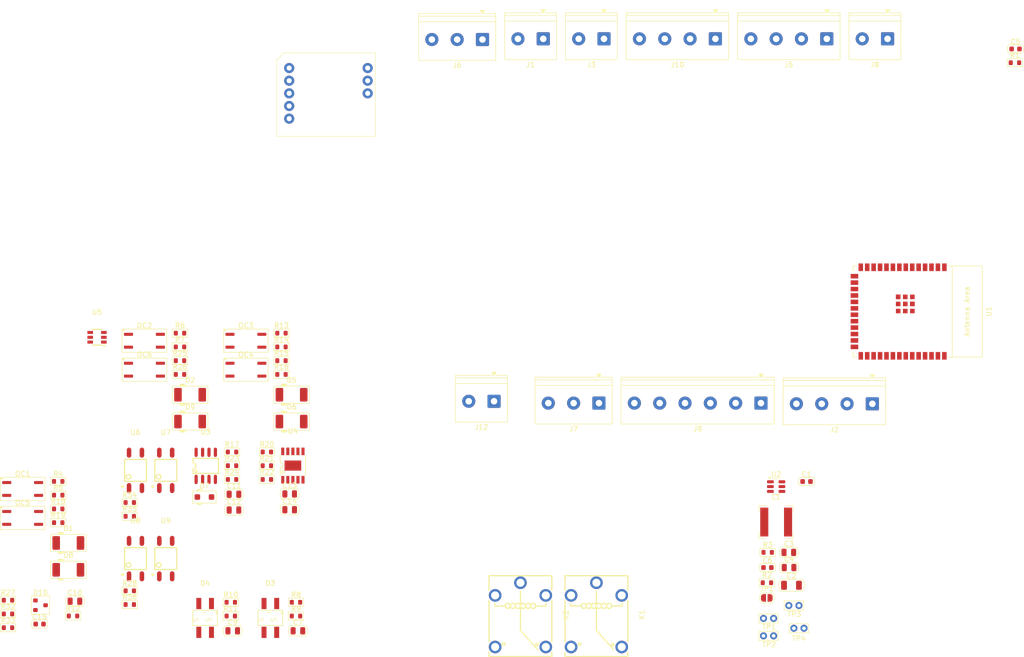
<source format=kicad_pcb>
(kicad_pcb (version 20241229) (generator "pcbnew") (generator_version "9.0")
  (layers (0 "F.Cu" signal) (2 "B.Cu" signal) (13 "F.Paste" user) (15 "B.Paste" user) (5 "F.SilkS" user "F.Silkscreen") (7 "B.SilkS" user "B.Silkscreen") (1 "F.Mask" user) (3 "B.Mask" user) (25 "Edge.Cuts" user))
  (net 0 "")
  (net 1 "Net-(U2-BST)")
  (net 2 "Net-(U2-SW)")
  (net 3 "VCC")
  (net 4 "GND")
  (net 5 "Net-(JP1-A)")
  (net 6 "Net-(U1-EN)")
  (net 7 "Net-(U2-FB)")
  (net 8 "/Board_nivara_control/MODULO_0-10V_IN/D_0-10V")
  (net 10 "Net-(D3--)")
  (net 11 "/Board_nivara_control/DRIVER-RS485/GPIO_C")
  (net 12 "/Board_nivara_control/MODULO_ 0-32V_IN/D_0-32V")
  (net 13 "Net-(D4--)")
  (net 14 "Net-(U3-V5V)")
  (net 15 "Net-(U4-V5V)")
  (net 16 "/Board_nivara_control/NPN_IN_2")
  (net 17 "/Board_nivara_control/NPN_IN_1")
  (net 18 "/Board_nivara_control/DOUT_PNP_2")
  (net 19 "/Board_nivara_control/DOUT_PNP_1")
  (net 20 "/Board_nivara_control/DOUT_NPN_1")
  (net 21 "/Board_nivara_control/DOUT_NPN_2")
  (net 22 "/Board_nivara_control/PNP_IN_1")
  (net 23 "/Board_nivara_control/PNP_IN_2")
  (net 24 "/Board_nivara_control/RS485-A")
  (net 25 "/Board_nivara_control/RS485-B")
  (net 26 "/Board_nivara_control/AOUT_010_1")
  (net 27 "/Board_nivara_control/AOUT_420_1")
  (net 28 "/Board_nivara_control/RUN{slash}STOP")
  (net 29 "Net-(U4-SET)")
  (net 30 "/Board_nivara_control/RLY2_NC")
  (net 31 "/Board_nivara_control/RLY2_NO")
  (net 32 "/Board_nivara_control/RLY1_NO")
  (net 33 "/Board_nivara_control/RLY1_NC")
  (net 34 "Net-(D1-K)")
  (net 35 "/Board_nivara_control/A010_IN_1")
  (net 36 "/Board_nivara_control/A420_IN_1")
  (net 37 "/Board_nivara_control/A032_IN_1")
  (net 38 "+3.3V")
  (net 39 "Net-(D2-K)")
  (net 40 "Net-(D3-+)")
  (net 42 "Net-(D4-+)")
  (net 44 "Net-(D5-K)")
  (net 45 "Net-(D6-K)")
  (net 46 "/Board_nivara_control/DRIVER-RS485/UART_IN")
  (net 49 "Net-(D8-K)")
  (net 51 "/Board_nivara_control/DRIVER-RS485/UART_OUT")
  (net 52 "Net-(D9-K)")
  (net 54 "/Board_nivara_control/D_IN_1_+")
  (net 55 "/Board_nivara_control/D_IN_2_+")
  (net 57 "/RLY2_C")
  (net 58 "/RLY1_C")
  (net 59 "Net-(U5-1C)")
  (net 60 "/Board_nivara_control/RLY1_COM")
  (net 62 "Net-(U5-2C)")
  (net 64 "/Board_nivara_control/RLY2_COM")
  (net 65 "/Board_nivara_control/INPUT_NPN/NPN_D_IMPUT_1")
  (net 66 "Net-(OC2-Pad3)")
  (net 69 "/Board_nivara_control/MODULO_D_IN/D_INPUT_1")
  (net 72 "/Board_nivara_control/MODULO_D_IN/D_INPUT_2")
  (net 75 "/Board_nivara_control/INPUT_NPN/NPN_D_IMPUT_2")
  (net 76 "Net-(OC6-Pad3)")
  (net 77 "Net-(U3-SEL)")
  (net 78 "/Board_nivara_control/MODULO_AOUT_0-10/SDA")
  (net 79 "/Board_nivara_control/MODULO_AOUT_0-10/SCLK")
  (net 80 "/Board_nivara_control/OUTPUT_NPN/NPN_2")
  (net 81 "Net-(R28-Pad1)")
  (net 82 "/Board_nivara_control/OUTPUT_PNP/PNP_1")
  (net 83 "Net-(R34-Pad1)")
  (net 84 "/Board_nivara_control/OUTPUT_PNP/PNP_2")
  (net 85 "Net-(R35-Pad1)")
  (net 86 "/Board_nivara_control/OUTPUT_NPN/NPN_1")
  (net 87 "Net-(R36-Pad1)")
  (net 88 "/Board_nivara_control/Modulo RLY/ON_RLY_2")
  (net 89 "/Board_nivara_control/Modulo RLY/ON_RLY_1")
  (footprint "TestPoint:TestPoint_Bridge_Pitch2.0mm_Drill0.7mm" (layer "F.Cu") (at 177 161.5)
    (property "Reference" "TP2" (at 1.1 1.7 0) (layer "F.SilkS"))
    (property "Value" "TestPoint")
    (pad "1" thru_hole circle (at 0 0) (size 1.4 1.4) (drill 0.7) (layers "*.Cu" "*.Mask") (net 38 "+3.3V"))
    (pad "1" thru_hole circle (at 2 0) (size 1.4 1.4) (drill 0.7) (layers "*.Cu" "*.Mask") (net 38 "+3.3V"))
  )
  (footprint "TestPoint:TestPoint_Bridge_Pitch2.0mm_Drill0.7mm" (layer "F.Cu") (at 182 155.5)
    (property "Reference" "TP3" (at 1.1 1.7 0) (layer "F.SilkS"))
    (property "Value" "TestPoint")
    (pad "1" thru_hole circle (at 0 0) (size 1.4 1.4) (drill 0.7) (layers "*.Cu" "*.Mask") (net 7 "Net-(U2-FB)"))
    (pad "1" thru_hole circle (at 2 0) (size 1.4 1.4) (drill 0.7) (layers "*.Cu" "*.Mask") (net 7 "Net-(U2-FB)"))
  )
  (footprint "PCM_Capacitor_SMD_AKL:C_0805_2012Metric" (layer "F.Cu") (at 182 145)
    (property "Reference" "C3" (at 0 -1.68 0) (layer "F.SilkS"))
    (property "Value" "C_0805" (hide yes))
    (pad "1" smd roundrect (at -0.95 0) (size 1 1.45) (layers "F.Cu" "F.Mask" "F.Paste") (net 5 "Net-(JP1-A)"))
    (pad "2" smd roundrect (at 0.95 0) (size 1 1.45) (layers "F.Cu" "F.Mask" "F.Paste") (net 4 "GND"))
  )
  (footprint "Battery:LK1802" (layer "F.Cu") (at 45.379106 102.485)
    (property "Reference" "U5" (at 0 -4.95 0) (layer "F.SilkS"))
    (property "Value" "LK1802")
    (pad "1" smd rect (at 1.35 0.95) (size 1.1 0.6) (layers "F.Cu" "F.Mask" "F.Paste") (net 59 "Net-(U5-1C)"))
    (pad "2" smd rect (at 1.35 0) (size 1.1 0.6) (layers "F.Cu" "F.Mask" "F.Paste") (net 4 "GND"))
    (pad "3" smd rect (at 1.35 -0.95) (size 1.1 0.6) (layers "F.Cu" "F.Mask" "F.Paste") (net 89 "/Board_nivara_control/Modulo RLY/ON_RLY_1"))
    (pad "4" smd rect (at -1.35 -0.95) (size 1.1 0.6) (layers "F.Cu" "F.Mask" "F.Paste") (net 88 "/Board_nivara_control/Modulo RLY/ON_RLY_2"))
    (pad "5" smd rect (at -1.35 0) (size 1.1 0.6) (layers "F.Cu" "F.Mask" "F.Paste") (net 3 "VCC"))
    (pad "6" smd rect (at -1.35 0.95) (size 1.1 0.6) (layers "F.Cu" "F.Mask" "F.Paste") (net 62 "Net-(U5-2C)"))
  )
  (footprint "TerminalBlock_Phoenix:TerminalBlock_Phoenix_PT-1,5-4-5.0-H_1x04_P5.00mm_Horizontal" (layer "F.Cu") (at 189.5 43.5 180)
    (property "Reference" "J5" (at 7.5 -5.12 0) (layer "F.SilkS"))
    (property "Value" "Screw_Terminal_4_P5.00mm")
    (pad "1" thru_hole roundrect (at 0 0 180) (size 2.6 2.6) (drill 1.3) (layers "*.Cu" "*.Mask") (roundrect_rratio 0.096154) (net 54 "/Board_nivara_control/D_IN_1_+"))
    (pad "2" thru_hole circle (at 5 0 180) (size 2.6 2.6) (drill 1.3) (layers "*.Cu" "*.Mask") (net 4 "GND"))
    (pad "3" thru_hole circle (at 10 0 180) (size 2.6 2.6) (drill 1.3) (layers "*.Cu" "*.Mask") (net 55 "/Board_nivara_control/D_IN_2_+"))
    (pad "4" thru_hole circle (at 15 0 180) (size 2.6 2.6) (drill 1.3) (layers "*.Cu" "*.Mask") (net 4 "GND"))
  )
  (footprint "PCM_Diode_SMD_AKL:D_SOD-123F" (layer "F.Cu") (at 66.589106 134.06)
    (property "Reference" "D7" (at 0 -2.159 0) (layer "F.SilkS"))
    (property "Value" "SMF24A" (hide yes))
    (pad "1" smd roundrect (at -1.4 0) (size 1.1 1.1) (layers "F.Cu" "F.Mask" "F.Paste") (roundrect_rratio 0.2272727273) (net 26 "/Board_nivara_control/AOUT_010_1"))
    (pad "2" smd roundrect (at 1.4 0) (size 1.1 1.1) (layers "F.Cu" "F.Mask" "F.Paste") (roundrect_rratio 0.2272727273) (net 4 "GND"))
  )
  (footprint "PCM_Resistor_SMD_AKL:R_0603_1608Metric" (layer "F.Cu") (at 71.789106 154.86)
    (property "Reference" "R10" (at 0 -1.5 0) (layer "F.SilkS"))
    (property "Value" "R_0603" (hide yes))
    (pad "1" smd roundrect (at -0.825 0) (size 0.8 0.95) (layers "F.Cu" "F.Mask" "F.Paste") (net 12 "/Board_nivara_control/MODULO_ 0-32V_IN/D_0-32V"))
    (pad "2" smd roundrect (at 0.825 0) (size 0.8 0.95) (layers "F.Cu" "F.Mask" "F.Paste") (net 42 "Net-(D4-+)"))
  )
  (footprint "Battery:GQRLY" (layer "F.Cu") (at 58.944108 128.79)
    (property "Reference" "U7" (at 0 -7.5 0) (layer "F.SilkS"))
    (property "Value" "GAQY211G2S")
    (pad "1" smd oval (at -1.27 3.5) (size 0.9 2) (layers "F.Cu" "F.Mask" "F.Paste") (net 85 "Net-(R35-Pad1)"))
    (pad "2" smd oval (at 1.27 3.5) (size 0.9 2) (layers "F.Cu" "F.Mask" "F.Paste") (net 4 "GND"))
    (pad "3" smd oval (at 1.27 -3.5) (size 0.9 2) (layers "F.Cu" "F.Mask" "F.Paste") (net 18 "/Board_nivara_control/DOUT_PNP_2"))
    (pad "4" smd oval (at -1.27 -3.5) (size 0.9 2) (layers "F.Cu" "F.Mask" "F.Paste") (net 3 "VCC"))
  )
  (footprint "PCM_Resistor_SMD_AKL:R_0603_1608Metric" (layer "F.Cu") (at 51.839106 152.59)
    (property "Reference" "R28" (at 0 -1.5 0) (layer "F.SilkS"))
    (property "Value" "R_0603" (hide yes))
    (pad "1" smd roundrect (at -0.825 0) (size 0.8 0.95) (layers "F.Cu" "F.Mask" "F.Paste") (net 81 "Net-(R28-Pad1)"))
    (pad "2" smd roundrect (at 0.825 0) (size 0.8 0.95) (layers "F.Cu" "F.Mask" "F.Paste") (net 80 "/Board_nivara_control/OUTPUT_NPN/NPN_2"))
  )
  (footprint "PCM_Resistor_SMD_AKL:R_0603_1608Metric" (layer "F.Cu") (at 72.039106 130.59)
    (property "Reference" "R24" (at 0 -1.5 0) (layer "F.SilkS"))
    (property "Value" "R_0603" (hide yes))
    (pad "1" smd roundrect (at -0.825 0) (size 0.8 0.95) (layers "F.Cu" "F.Mask" "F.Paste") (net 78 "/Board_nivara_control/MODULO_AOUT_0-10/SDA"))
    (pad "2" smd roundrect (at 0.825 0) (size 0.8 0.95) (layers "F.Cu" "F.Mask" "F.Paste") (net 38 "+3.3V"))
  )
  (footprint "TestPoint:TestPoint_Bridge_Pitch2.0mm_Drill0.7mm" (layer "F.Cu") (at 183 160)
    (property "Reference" "TP4" (at 1 2 0) (layer "F.SilkS"))
    (property "Value" "TestPoint")
    (pad "1" thru_hole circle (at 0 0) (size 1.4 1.4) (drill 0.7) (layers "*.Cu" "*.Mask") (net 3 "VCC"))
    (pad "1" thru_hole circle (at 2 0) (size 1.4 1.4) (drill 0.7) (layers "*.Cu" "*.Mask") (net 3 "VCC"))
  )
  (footprint "PCM_Capacitor_SMD_AKL:C_0805_2012Metric" (layer "F.Cu") (at 85.05 160.5)
    (property "Reference" "C7" (at 0 -1.68 0) (layer "F.SilkS"))
    (property "Value" "C_0805" (hide yes))
    (pad "1" smd roundrect (at -0.95 0) (size 1 1.45) (layers "F.Cu" "F.Mask" "F.Paste") (net 8 "/Board_nivara_control/MODULO_0-10V_IN/D_0-10V"))
    (pad "2" smd roundrect (at 0.95 0) (size 1 1.45) (layers "F.Cu" "F.Mask" "F.Paste") (net 10 "Net-(D3--)"))
  )
  (footprint "PCM_Resistor_SMD_AKL:R_0603_1608Metric" (layer "F.Cu") (at 61.759106 107.11)
    (property "Reference" "R25" (at 0 -1.5 0) (layer "F.SilkS"))
    (property "Value" "R_0603" (hide yes))
    (pad "1" smd roundrect (at -0.825 0) (size 0.8 0.95) (layers "F.Cu" "F.Mask" "F.Paste") (net 52 "Net-(D9-K)"))
    (pad "2" smd roundrect (at 0.825 0) (size 0.8 0.95) (layers "F.Cu" "F.Mask" "F.Paste") (net 23 "/Board_nivara_control/PNP_IN_2"))
  )
  (footprint "TerminalBlock_Phoenix:TerminalBlock_Phoenix_PT-1,5-4-5.0-H_1x04_P5.00mm_Horizontal" (layer "F.Cu") (at 198.5 115.6325 180)
    (property "Reference" "J2" (at 7.5 -5.12 0) (layer "F.SilkS"))
    (property "Value" "Screw_Terminal_4_P5.00mm")
    (pad "1" thru_hole roundrect (at 0 0 180) (size 2.6 2.6) (drill 1.3) (layers "*.Cu" "*.Mask") (roundrect_rratio 0.096154) (net 20 "/Board_nivara_control/DOUT_NPN_1"))
    (pad "2" thru_hole circle (at 5 0 180) (size 2.6 2.6) (drill 1.3) (layers "*.Cu" "*.Mask") (net 21 "/Board_nivara_control/DOUT_NPN_2"))
    (pad "3" thru_hole circle (at 10 0 180) (size 2.6 2.6) (drill 1.3) (layers "*.Cu" "*.Mask") (net 19 "/Board_nivara_control/DOUT_PNP_1"))
    (pad "4" thru_hole circle (at 15 0 180) (size 2.6 2.6) (drill 1.3) (layers "*.Cu" "*.Mask") (net 18 "/Board_nivara_control/DOUT_PNP_2"))
  )
  (footprint "PCM_Resistor_SMD_AKL:R_0603_1608Metric" (layer "F.Cu") (at 37.709106 136.41)
    (property "Reference" "R18" (at 0 -1.5 0) (layer "F.SilkS"))
    (property "Value" "R_0603" (hide yes))
    (pad "1" smd roundrect (at -0.825 0) (size 0.8 0.95) (layers "F.Cu" "F.Mask" "F.Paste") (net 49 "Net-(D8-K)"))
    (pad "2" smd roundrect (at 0.825 0) (size 0.8 0.95) (layers "F.Cu" "F.Mask" "F.Paste") (net 16 "/Board_nivara_control/NPN_IN_2"))
  )
  (footprint "PCM_Capacitor_SMD_AKL:C_0805_2012Metric" (layer "F.Cu") (at 83.42 133.45)
    (property "Reference" "C13" (at 0 -1.68 0) (layer "F.SilkS"))
    (property "Value" "C_0805" (hide yes))
    (pad "1" smd roundrect (at -0.95 0) (size 1 1.45) (layers "F.Cu" "F.Mask" "F.Paste") (net 15 "Net-(U4-V5V)"))
    (pad "2" smd roundrect (at 0.95 0) (size 1 1.45) (layers "F.Cu" "F.Mask" "F.Paste") (net 4 "GND"))
  )
  (footprint "PCM_Resistor_SMD_AKL:R_0603_1608Metric" (layer "F.Cu") (at 51.839106 155.31)
    (property "Reference" "R36" (at 0 -1.5 0) (layer "F.SilkS"))
    (property "Value" "R_0603" (hide yes))
    (pad "1" smd roundrect (at -0.825 0) (size 0.8 0.95) (layers "F.Cu" "F.Mask" "F.Paste") (net 87 "Net-(R36-Pad1)"))
    (pad "2" smd roundrect (at 0.825 0) (size 0.8 0.95) (layers "F.Cu" "F.Mask" "F.Paste") (net 86 "/Board_nivara_control/OUTPUT_NPN/NPN_1"))
  )
  (footprint "PCM_Capacitor_SMD_AKL:C_0805_2012Metric" (layer "F.Cu") (at 72.17 160.5)
    (property "Reference" "C9" (at 0 -1.68 0) (layer "F.SilkS"))
    (property "Value" "C_0805" (hide yes))
    (pad "1" smd roundrect (at -0.95 0) (size 1 1.45) (layers "F.Cu" "F.Mask" "F.Paste") (net 12 "/Board_nivara_control/MODULO_ 0-32V_IN/D_0-32V"))
    (pad "2" smd roundrect (at 0.95 0) (size 1 1.45) (layers "F.Cu" "F.Mask" "F.Paste") (net 13 "Net-(D4--)"))
  )
  (footprint "TerminalBlock_Phoenix:TerminalBlock_Phoenix_PT-1,5-4-5.0-H_1x04_P5.00mm_Horizontal" (layer "F.Cu") (at 167.5 43.5 180)
    (property "Reference" "J10" (at 7.5 -5.12 0) (layer "F.SilkS"))
    (property "Value" "Screw_Terminal_4_P5.00mm")
    (pad "1" thru_hole roundrect (at 0 0 180) (size 2.6 2.6) (drill 1.3) (layers "*.Cu" "*.Mask") (roundrect_rratio 0.096154) (net 35 "/Board_nivara_control/A010_IN_1"))
    (pad "2" thru_hole circle (at 5 0 180) (size 2.6 2.6) (drill 1.3) (layers "*.Cu" "*.Mask") (net 37 "/Board_nivara_control/A032_IN_1"))
    (pad "3" thru_hole circle (at 10 0 180) (size 2.6 2.6) (drill 1.3) (layers "*.Cu" "*.Mask") (net 36 "/Board_nivara_control/A420_IN_1"))
    (pad "4" thru_hole circle (at 15 0 180) (size 2.6 2.6) (drill 1.3) (layers "*.Cu" "*.Mask") (net 4 "GND"))
  )
  (footprint "PCM_Capacitor_SMD_AKL:C_0805_2012Metric" (layer "F.Cu") (at 41.01 154.65)
    (property "Reference" "C10" (at 0 -1.68 0) (layer "F.SilkS"))
    (property "Value" "C_0805" (hide yes))
    (pad "1" smd roundrect (at -0.95 0) (size 1 1.45) (layers "F.Cu" "F.Mask" "F.Paste") (net 36 "/Board_nivara_control/A420_IN_1"))
    (pad "2" smd roundrect (at 0.95 0) (size 1 1.45) (layers "F.Cu" "F.Mask" "F.Paste") (net 4 "GND"))
  )
  (footprint "PCM_Resistor_SMD_AKL:R_0603_1608Metric" (layer "F.Cu") (at 27.789106 157.17)
    (property "Reference" "R32" (at 0 -1.5 0) (layer "F.SilkS"))
    (property "Value" "R_0603" (hide yes))
    (pad "1" smd roundrect (at -0.825 0) (size 0.8 0.95) (layers "F.Cu" "F.Mask" "F.Paste") (net 78 "/Board_nivara_control/MODULO_AOUT_0-10/SDA"))
    (pad "2" smd roundrect (at 0.825 0) (size 0.8 0.95) (layers "F.Cu" "F.Mask" "F.Paste") (net 38 "+3.3V"))
  )
  (footprint "PCM_Resistor_SMD_AKL:R_0603_1608Metric" (layer "F.Cu") (at 226.655061 48.219998)
    (property "Reference" "R1" (at 0 -1.5 0) (layer "F.SilkS"))
    (property "Value" "R_0603" (hide yes))
    (pad "1" smd roundrect (at -0.825 0) (size 0.8 0.95) (layers "F.Cu" "F.Mask" "F.Paste") (net 38 "+3.3V"))
    (pad "2" smd roundrect (at 0.825 0) (size 0.8 0.95) (layers "F.Cu" "F.Mask" "F.Paste") (net 6 "Net-(U1-EN)"))
  )
  (footprint "PCM_Resistor_SMD_AKL:R_0603_1608Metric" (layer "F.Cu") (at 177.825 145)
    (property "Reference" "R3" (at 0 -1.5 0) (layer "F.SilkS"))
    (property "Value" "R_0603" (hide yes))
    (pad "1" smd roundrect (at -0.825 0) (size 0.8 0.95) (layers "F.Cu" "F.Mask" "F.Paste") (net 7 "Net-(U2-FB)"))
    (pad "2" smd roundrect (at 0.825 0) (size 0.8 0.95) (layers "F.Cu" "F.Mask" "F.Paste") (net 4 "GND"))
  )
  (footprint "PCM_Capacitor_SMD_AKL:C_1206_3216Metric" (layer "F.Cu") (at 182.525 151.5)
    (property "Reference" "C2" (at 0 -1.85 0) (layer "F.SilkS"))
    (property "Value" "C_1206" (hide yes))
    (pad "1" smd roundrect (at -1.475 0) (size 1.15 1.8) (layers "F.Cu" "F.Mask" "F.Paste") (roundrect_rratio 0.217391) (net 3 "VCC"))
    (pad "2" smd roundrect (at 1.475 0) (size 1.15 1.8) (layers "F.Cu" "F.Mask" "F.Paste") (roundrect_rratio 0.217391) (net 4 "GND"))
  )
  (footprint "PCM_Resistor_SMD_AKL:R_0603_1608Metric" (layer "F.Cu") (at 40.629106 157.57)
    (property "Reference" "R12" (at 0 -1.5 0) (layer "F.SilkS"))
    (property "Value" "R_0603" (hide yes))
    (pad "1" smd roundrect (at -0.825 0) (size 0.8 0.95) (layers "F.Cu" "F.Mask" "F.Paste") (net 4 "GND"))
    (pad "2" smd roundrect (at 0.825 0) (size 0.8 0.95) (layers "F.Cu" "F.Mask" "F.Paste") (net 36 "/Board_nivara_control/A420_IN_1"))
  )
  (footprint "Package_TO_SOT_SMD:TSOT-23-6" (layer "F.Cu") (at 179.5 132)
    (property "Reference" "U2" (at 0 -2.4 0) (layer "F.SilkS"))
    (property "Value" "AP63203WU")
    (pad "1" smd roundrect (at -1.1375 -0.95) (size 1.325 0.6) (layers "F.Cu" "F.Mask" "F.Paste") (net 7 "Net-(U2-FB)"))
    (pad "2" smd roundrect (at -1.1375 0) (size 1.325 0.6) (layers "F.Cu" "F.Mask" "F.Paste") (net 3 "VCC"))
    (pad "3" smd roundrect (at -1.1375 0.95) (size 1.325 0.6) (layers "F.Cu" "F.Mask" "F.Paste") (net 3 "VCC"))
    (pad "4" smd roundrect (at 1.1375 0.95) (size 1.325 0.6) (layers "F.Cu" "F.Mask" "F.Paste") (net 4 "GND"))
    (pad "5" smd roundrect (at 1.1375 0) (size 1.325 0.6) (layers "F.Cu" "F.Mask" "F.Paste") (net 2 "Net-(U2-SW)"))
    (pad "6" smd roundrect (at 1.1375 -0.95) (size 1.325 0.6) (layers "F.Cu" "F.Mask" "F.Paste") (net 1 "Net-(U2-BST)"))
  )
  (footprint "PCM_Resistor_SMD_AKL:R_0603_1608Metric" (layer "F.Cu") (at 61.759106 101.67)
    (property "Reference" "R6" (at 0 -1.5 0) (layer "F.SilkS"))
    (property "Value" "R_0603" (hide yes))
    (pad "1" smd roundrect (at -0.825 0) (size 0.8 0.95) (layers "F.Cu" "F.Mask" "F.Paste") (net 39 "Net-(D2-K)"))
    (pad "2" smd roundrect (at 0.825 0) (size 0.8 0.95) (layers "F.Cu" "F.Mask" "F.Paste") (net 22 "/Board_nivara_control/PNP_IN_1"))
  )
  (footprint "Jumper:SolderJumper-2_P1.3mm_Open_RoundedPad1.0x1.5mm" (layer "F.Cu") (at 177.65 154)
    (property "Reference" "JP1" (at 0 -1.8 0) (layer "F.SilkS"))
    (property "Value" "SolderJumper_2_Open")
    (pad "1" smd custom (at -0.65 0) (size 1 0.5) (layers "F.Cu" "F.Mask") (net 5 "Net-(JP1-A)") (options (clearance outline) (anchor rect)) (primitives (gr_circle (center 0 0.25) (end 0.5 0.25) (width 0) (fill yes)) (gr_circle (center 0 -0.25) (end 0.5 -0.25) (width 0) (fill yes)) (gr_poly (pts (xy 0.5 0.75) (xy 0 0.75) (xy 0 -0.75) (xy 0.5 -0.75)) (width 0) (fill yes))))
    (pad "2" smd custom (at 0.65 0) (size 1 0.5) (layers "F.Cu" "F.Mask") (net 38 "+3.3V") (options (clearance outline) (anchor rect)) (primitives (gr_circle (center 0 0.25) (end 0.5 0.25) (width 0) (fill yes)) (gr_circle (center 0 -0.25) (end 0.5 -0.25) (width 0) (fill yes)) (gr_poly (pts (xy 0 0.75) (xy -0.5 0.75) (xy -0.5 -0.75) (xy 0 -0.75)) (width 0) (fill yes))))
  )
  (footprint "Battery:RELAY-TH_SRA-X-CX" (layer "F.Cu") (at 144 157.35 -90)
    (property "Reference" "K1" (at 0 -9 90) (layer "F.SilkS"))
    (property "Value" "SRA-24VDC-CL")
    (pad "1" thru_hole circle (at 6.35 5 270) (size 2.5 2.5) (drill 1.599997) (layers "*.Cu" "*.Mask") (net 32 "/Board_nivara_control/RLY1_NO"))
    (pad "2" thru_hole circle (at 6.35 -5 270) (size 2.5 2.5) (drill 1.599997) (layers "*.Cu" "*.Mask") (net 33 "/Board_nivara_control/RLY1_NC"))
    (pad "3" thru_hole circle (at -3.85 -5 270) (size 2.5 2.5) (drill 1.599997) (layers "*.Cu" "*.Mask") (net 3 "VCC"))
    (pad "4" thru_hole circle (at -3.85 5 270) (size 2.5 2.5) (drill 1.599997) (layers "*.Cu" "*.Mask") (net 59 "Net-(U5-1C)"))
    (pad "5" thru_hole circle (at -6.35 0 270) (size 2.5 2.5) (drill 1.599997) (layers "*.Cu" "*.Mask") (net 60 "/Board_nivara_control/RLY1_COM"))
  )
  (footprint "PCM_Capacitor_SMD_AKL:C_0805_2012Metric" (layer "F.Cu") (at 72.42 133.51)
    (property "Reference" "C11" (at 0 -1.68 0) (layer "F.SilkS"))
    (property "Value" "C_0805" (hide yes))
    (pad "1" smd roundrect (at -0.95 0) (size 1 1.45) (layers "F.Cu" "F.Mask" "F.Paste") (net 26 "/Board_nivara_control/AOUT_010_1"))
    (pad "2" smd roundrect (at 0.95 0) (size 1 1.45) (layers "F.Cu" "F.Mask" "F.Paste") (net 4 "GND"))
  )
  (footprint "PCM_Diode_SMD_AKL:D_MELF" (layer "F.Cu") (at 63.759106 113.84)
    (property "Reference" "D2" (at 0 -2.881 0) (layer "F.SilkS"))
    (property "Value" "DL4007" (hide yes))
    (pad "1" smd roundrect (at -2.4 0) (size 1.5 2.7) (layers "F.Cu" "F.Mask" "F.Paste") (roundrect_rratio 0.1666666667) (net 39 "Net-(D2-K)"))
    (pad "2" smd roundrect (at 2.4 0) (size 1.5 2.7) (layers "F.Cu" "F.Mask" "F.Paste") (roundrect_rratio 0.1666666667) (net 4 "GND"))
  )
  (footprint "PCM_Package_TO_SOT_SMD_AKL:SOT-23" (layer "F.Cu") (at 34.209106 155.45)
    (property "Reference" "D10" (at 0 -2.5 0) (layer "F.SilkS"))
    (property "Value" "SM712" (hide yes))
    (pad "1" smd roundrect (at -1 -0.95) (size 0.9 0.8) (layers "F.Cu" "F.Mask" "F.Paste") (net 4 "GND"))
    (pad "2" smd roundrect (at -1 0.95) (size 0.9 0.8) (layers "F.Cu" "F.Mask" "F.Paste") (net 38 "+3.3V"))
    (pad "3" smd roundrect (at 1 0) (size 0.9 0.8) (layers "F.Cu" "F.Mask" "F.Paste") (net 4 "GND"))
  )
  (footprint "PCM_Resistor_SMD_AKL:R_0603_1608Metric" (layer "F.Cu") (at 37.709106 139.13)
    (property "Reference" "R19" (at 0 -1.5 0) (layer "F.SilkS"))
    (property "Value" "R_0603" (hide yes))
    (pad "1" smd roundrect (at -0.825 0) (size 0.8 0.95) (layers "F.Cu" "F.Mask" "F.Paste") (net 75 "/Board_nivara_control/INPUT_NPN/NPN_D_IMPUT_2"))
    (pad "2" smd roundrect (at 0.825 0) (size 0.8 0.95) (layers "F.Cu" "F.Mask" "F.Paste") (net 38 "+3.3V"))
  )
  (footprint "PCM_Package_SO_AKL:SO-4_4.4x3.9mm_P2.54mm" (layer "F.Cu") (at 74.779106 108.89)
    (property "Reference" "OC4" (at 0 -2.9775 0) (layer "F.SilkS"))
    (property "Value" "LTV-357T-B" (hide yes))
    (pad "1" smd roundrect (at -3.15 -1.27) (size 1.8 0.6) (layers "F.Cu" "F.Mask" "F.Paste") (net 45 "Net-(D6-K)"))
    (pad "2" smd roundrect (at -3.15 1.27) (size 1.8 0.6) (layers "F.Cu" "F.Mask" "F.Paste") (net 4 "GND"))
    (pad "3" smd roundrect (at 3.15 1.27) (size 1.8 0.6) (layers "F.Cu" "F.Mask" "F.Paste") (net 4 "GND"))
    (pad "4" smd roundrect (at 3.15 -1.27) (size 1.8 0.6) (layers "F.Cu" "F.Mask" "F.Paste") (net 72 "/Board_nivara_control/MODULO_D_IN/D_INPUT_2"))
  )
  (footprint "Battery:MB24F" (layer "F.Cu") (at 79.604106 157.955)
    (property "Reference" "D3" (at 0 -6.85 0) (layer "F.SilkS"))
    (property "Value" "MB24F_C7427849")
    (fp_text user "-" (at -0.94 -1.08 180) (layer "F.SilkS") (effects (font (thickness 0.1)) (justify left)))
    (fp_text user "+" (at 1.6 -1.08 180) (layer "F.SilkS") (effects (font (thickness 0.1)) (justify left)))
    (fp_text user "S" (at 0.69 0.89 270) (layer "F.SilkS") (effects (font (thickness 0.1)) (justify left)))
    (fp_text user "S" (at -1.85 0.89 270) (layer "F.SilkS") (effects (font (thickness 0.1)) (justify left)))
    (pad "1" smd rect (at -1.25 2.85) (size 0.98 2.21) (layers "F.Cu" "F.Mask" "F.Paste") (net 10 "Net-(D3--)"))
    (pad "2" smd rect (at 1.25 2.85) (size 0.98 2.21) (layers "F.Cu" "F.Mask" "F.Paste") (net 40 "Net-(D3-+)"))
    (pad "3" smd rect (at 1.25 -2.85) (size 0.98 2.21) (layers "F.Cu" "F.Mask" "F.Paste") (net 35 "/Board_nivara_control/A010_IN_1"))
    (pad "4" smd rect (at -1.25 -2.85) (size 0.98 2.21) (layers "F.Cu" "F.Mask" "F.Paste") (net 4 "GND"))
  )
  (footprint "ESP32-S3-WROM-1:ESP32-S3-WROOM-1" (layer "F.Cu") (at 204.46 97.4 -90)
    (property "Reference" "U1" (at 0 -17.05 90) (layer "F.SilkS"))
    (property "Value" "ESP32-S3-WROOM-1")
    (fp_text user "Antenna Area" (at 0 -12.75 90) (layer "F.SilkS"))
    (pad "1" smd rect (at -8.75 -8.26 270) (size 1.5 0.9) (layers "F.Cu" "F.Mask" "F.Paste") (net 4 "GND"))
    (pad "2" smd rect (at -8.75 -6.99 270) (size 1.5 0.9) (layers "F.Cu" "F.Mask" "F.Paste") (net 38 "+3.3V"))
    (pad "3" smd rect (at -8.75 -5.72 270) (size 1.5 0.9) (layers "F.Cu" "F.Mask" "F.Paste") (net 6 "Net-(U1-EN)"))
    (pad "4" smd rect (at -8.75 -4.45 270) (size 1.5 0.9) (layers "F.Cu" "F.Mask" "F.Paste") (net 36 "/Board_nivara_control/A420_IN_1"))
    (pad "5" smd rect (at -8.75 -3.18 270) (size 1.5 0.9) (layers "F.Cu" "F.Mask" "F.Paste"))
    (pad "6" smd rect (at -8.75 -1.91 270) (size 1.5 0.9) (layers "F.Cu" "F.Mask" "F.Paste") (net 8 "/Board_nivara_control/MODULO_0-10V_IN/D_0-10V"))
    (pad "7" smd rect (at -8.75 -0.64 270) (size 1.5 0.9) (layers "F.Cu" "F.Mask" "F.Paste") (net 38 "+3.3V"))
    (pad "8" smd rect (at -8.75 0.63 270) (size 1.5 0.9) (layers "F.Cu" "F.Mask" "F.Paste"))
    (pad "9" smd rect (at -8.75 1.9 270) (size 1.5 0.9) (layers "F.Cu" "F.Mask" "F.Paste"))
    (pad "10" smd rect (at -8.75 3.17 270) (size 1.5 0.9) (layers "F.Cu" "F.Mask" "F.Paste") (net 86 "/Board_nivara_control/OUTPUT_NPN/NPN_1"))
    (pad "11" smd rect (at -8.75 4.44 270) (size 1.5 0.9) (layers "F.Cu" "F.Mask" "F.Paste") (net 80 "/Board_nivara_control/OUTPUT_NPN/NPN_2"))
    (pad "12" smd rect (at -8.75 5.71 270) (size 1.5 0.9) (layers "F.Cu" "F.Mask" "F.Paste") (net 38 "+3.3V"))
    (pad "13" smd rect (at -8.75 6.98 270) (size 1.5 0.9) (layers "F.Cu" "F.Mask" "F.Paste"))
    (pad "14" smd rect (at -8.75 8.25 270) (size 1.5 0.9) (layers "F.Cu" "F.Mask" "F.Paste"))
    (pad "15" smd rect (at -6.985 9.5) (size 1.5 0.9) (layers "F.Cu" "F.Mask" "F.Paste") (net 88 "/Board_nivara_control/Modulo RLY/ON_RLY_2"))
    (pad "16" smd rect (at -5.715 9.5) (size 1.5 0.9) (layers "F.Cu" "F.Mask" "F.Paste"))
    (pad "17" smd rect (at -4.445 9.5) (size 1.5 0.9) (layers "F.Cu" "F.Mask" "F.Paste") (net 69 "/Board_nivara_control/MODULO_D_IN/D_INPUT_1"))
    (pad "18" smd rect (at -3.175 9.5) (size 1.5 0.9) (layers "F.Cu" "F.Mask" "F.Paste") (net 72 "/Board_nivara_control/MODULO_D_IN/D_INPUT_2"))
    (pad "19" smd rect (at -1.905 9.5) (size 1.5 0.9) (layers "F.Cu" "F.Mask" "F.Paste") (net 65 "/Board_nivara_control/INPUT_NPN/NPN_D_IMPUT_1"))
    (pad "20" smd rect (at -0.635 9.5) (size 1.5 0.9) (layers "F.Cu" "F.Mask" "F.Paste") (net 75 "/Board_nivara_control/INPUT_NPN/NPN_D_IMPUT_2"))
    (pad "21" smd rect (at 0.635 9.5) (size 1.5 0.9) (layers "F.Cu" "F.Mask" "F.Paste") (net 78 "/Board_nivara_control/MODULO_AOUT_0-10/SDA"))
    (pad "22" smd rect (at 1.905 9.5) (size 1.5 0.9) (layers "F.Cu" "F.Mask" "F.Paste") (net 79 "/Board_nivara_control/MODULO_AOUT_0-10/SCLK"))
    (pad "23" smd rect (at 3.175 9.5) (size 1.5 0.9) (layers "F.Cu" "F.Mask" "F.Paste") (net 82 "/Board_nivara_control/OUTPUT_PNP/PNP_1"))
    (pad "24" smd rect (at 4.445 9.5) (size 1.5 0.9) (layers "F.Cu" "F.Mask" "F.Paste"))
    (pad "25" smd rect (at 5.715 9.5) (size 1.5 0.9) (layers "F.Cu" "F.Mask" "F.Paste"))
    (pad "26" smd rect (at 6.985 9.5) (size 1.5 0.9) (layers "F.Cu" "F.Mask" "F.Paste") (net 11 "/Board_nivara_control/DRIVER-RS485/GPIO_C"))
    (pad "27" smd rect (at 8.75 8.25 90) (size 1.5 0.9) (layers "F.Cu" "F.Mask" "F.Paste"))
    (pad "28" smd rect (at 8.75 6.98 90) (size 1.5 0.9) (layers "F.Cu" "F.Mask" "F.Paste"))
    (pad "29" smd rect (at 8.75 5.71 90) (size 1.5 0.9) (layers "F.Cu" "F.Mask" "F.Paste"))
    (pad "30" smd rect (at 8.75 4.44 90) (size 1.5 0.9) (layers "F.Cu" "F.Mask" "F.Paste") (net 28 "/Board_nivara_control/RUN{slash}STOP"))
    (pad "31" smd rect (at 8.75 3.17 90) (size 1.5 0.9) (layers "F.Cu" "F.Mask" "F.Paste") (net 84 "/Board_nivara_control/OUTPUT_PNP/PNP_2"))
    (pad "32" smd rect (at 8.75 1.9 90) (size 1.5 0.9) (layers "F.Cu" "F.Mask" "F.Paste"))
    (pad "33" smd rect (at 8.75 0.63 90) (size 1.5 0.9) (layers "F.Cu" "F.Mask" "F.Paste"))
    (pad "34" smd rect (at 8.75 -0.64 90) (size 1.5 0.9) (layers "F.Cu" "F.Mask" "F.Paste"))
    (pad "35" smd rect (at 8.75 -1.91 90) (size 1.5 0.9) (layers "F.Cu" "F.Mask" "F.Paste"))
    (pad "36" smd rect (at 8.75 -3.18 90) (size 1.5 0.9) (layers "F.Cu" "F.Mask" "F.Paste") (net 51 "/Board_nivara_control/DRIVER-RS485/UART_OUT"))
    (pad "37" smd rect (at 8.75 -4.45 90) (size 1.5 0.9) (layers "F.Cu" "F.Mask" "F.Paste") (net 46 "/Board_nivara_control/DRIVER-RS485/UART_IN"))
    (pad "38" smd rect (at 8.75 -5.72 90) (size 1.5 0.9) (layers "F.Cu" "F.Mask" "F.Paste") (net 89 "/Board_nivara_control/Modulo RLY/ON_RLY_1"))
    (pad "39" smd rect (at 8.75 -6.99 90) (size 1.5 0.9) (layers "F.Cu" "F.Mask" "F.Paste") (net 12 "/Board_nivara_control/MODULO_ 0-32V_IN/D_0-32V"))
    (pad "40" smd rect (at 8.75 -8.26 90) (size 1.5 0.9) (layers "F.Cu" "F.Mask" "F.Paste") (net 4 "GND"))
    (pad "41" smd rect (at -2.9 -1.94 90) (size 0.9 0.9) (layers "F.Cu" "F.Mask" "F.Paste") (net 4 "GND"))
    (pad "41" smd rect (at -2.9 -0.54 90) (size 0.9 0.9) (layers "F.Cu" "F.Mask" "F.Paste") (net 4 "GND"))
    (pad "41" smd rect (at -2.9 0.86 90) (size 0.9 0.9) (layers "F.Cu" "F.Mask" "F.Paste") (net 4 "GND"))
    (pad "41" smd rect (at -2.9 0.86 90) (size 0.9 0.9) (layers "F.Cu" "F.Mask" "F.Paste") (net 4 "GND"))
    (pad "41" smd rect (at -1.5 -1.94 90) (size 0.9 0.9) (layers "F.Cu" "F.Mask" "F.Paste") (net 4 "GND"))
    (pad "41" smd rect (at -1.5 -1.94 90) (size 0.9 0.9) (layers "F.Cu" "F.Mask" "F.Paste") (net 4 "GND"))
    (pad "41" smd rect (at -1.5 -0.54 90) (size 0.9 0.9) (layers "F.Cu" "F.Mask" "F.Paste") (net 4 "GND"))
    (pad "41" smd rect (at -1.5 0.86 90) (size 0.9 0.9) (layers "F.Cu" "F.Mask" "F.Paste") (net 4 "GND"))
    (pad "41" smd rect (at -0.1 -1.94 90) (size 0.9 0.9) (layers "F.Cu" "F.Mask" "F.Paste") (net 4 "GND"))
    (pad "41" smd rect (at -0.1 -0.54 90) (size 0.9 0.9) (layers "F.Cu" "F.Mask" "F.Paste") (net 4 "GND"))
    (pad "41" smd rect (at -0.1 0.86 90) (size 0.9 0.9) (layers "F.Cu" "F.Mask" "F.Paste") (net 4 "GND"))
  )
  (footprint "PCM_Resistor_SMD_AKL:R_0603_1608Metric" (layer "F.Cu") (at 51.839106 137.87)
    (property "Reference" "R35" (at 0 -1.5 0) (layer "F.SilkS"))
    (property "Value" "R_0603" (hide yes))
    (pad "1" smd roundrect (at -0.825 0) (size 0.8 0.95) (layers "F.Cu" "F.Mask" "F.Paste") (net 85 "Net-(R35-Pad1)"))
    (pad "2" smd roundrect (at 0.825 0) (size 0.8 0.95) (layers "F.Cu" "F.Mask" "F.Paste") (net 84 "/Board_nivara_control/OUTPUT_PNP/PNP_2"))
  )
  (footprint "PCM_Package_SO_AKL:SO-4_4.4x3.9mm_P2.54mm" (layer "F.Cu") (at 30.689106 138.19)
    (property "Reference" "OC5" (at 0 -2.9775 0) (layer "F.SilkS"))
    (property "Value" "LTV-357T-B" (hide yes))
    (pad "1" smd roundrect (at -3.15 -1.27) (size 1.8 0.6) (layers "F.Cu" "F.Mask" "F.Paste") (net 49 "Net-(D8-K)"))
    (pad "2" smd roundrect (at -3.15 1.27) (size 1.8 0.6) (layers "F.Cu" "F.Mask" "F.Paste") (net 4 "GND"))
    (pad "3" smd roundrect (at 3.15 1.27) (size 1.8 0.6) (layers "F.Cu" "F.Mask" "F.Paste") (net 4 "GND"))
    (pad "4" smd roundrect (at 3.15 -1.27) (size 1.8 0.6) (layers "F.Cu" "F.Mask" "F.Paste") (net 75 "/Board_nivara_control/INPUT_NPN/NPN_D_IMPUT_2"))
  )
  (footprint "PCM_Resistor_SMD_AKL:R_0603_1608Metric" (layer "F.Cu") (at 37.709106 133.69)
    (property "Reference" "R5" (at 0 -1.5 0) (layer "F.SilkS"))
    (property "Value" "R_0603" (hide yes))
    (pad "1" smd roundrect (at -0.825 0) (size 0.8 0.95) (layers "F.Cu" "F.Mask" "F.Paste") (net 65 "/Board_nivara_control/INPUT_NPN/NPN_D_IMPUT_1"))
    (pad "2" smd roundrect (at 0.825 0) (size 0.8 0.95) (layers "F.Cu" "F.Mask" "F.Paste") (net 38 "+3.3V"))
  )
  (footprint "Battery:GQRLY" (layer "F.Cu") (at 52.969107 146.23)
    (property "Reference" "U8" (at 0 -7.5 0) (layer "F.SilkS"))
    (property "Value" "GAQY211G2S")
    (pad "1" smd oval (at -1.27 3.5) (size 0.9 2) (layers "F.Cu" "F.Mask" "F.Paste") (net 87 "Net-(R36-Pad1)"))
    (pad "2" smd oval (at 1.27 3.5) (size 0.9 2) (layers "F.Cu" "F.Mask" "F.Paste") (net 4 "GND"))
    (pad "3" smd oval (at 1.27 -3.5) (size 0.9 2) (layers "F.Cu" "F.Mask" "F.Paste") (net 4 "GND"))
    (pad "4" smd oval (at -1.27 -3.5) (size 0.9 2) (layers "F.Cu" "F.Mask" "F.Paste") (net 20 "/Board_nivara_control/DOUT_NPN_1"))
  )
  (footprint "PCM_Resistor_SMD_AKL:R_0603_1608Metric" (layer "F.Cu") (at 84.669106 157.58)
    (property "Reference" "R9" (at 0 -1.5 0) (layer "F.SilkS"))
    (property "Value" "R_0603" (hide yes))
    (pad "1" smd roundrect (at -0.825 0) (size 0.8 0.95) (layers "F.Cu" "F.Mask" "F.Paste") (net 10 "Net-(D3--)"))
    (pad "2" smd roundrect (at 0.825 0) (size 0.8 0.95) (layers "F.Cu" "F.Mask" "F.Paste") (net 8 "/Board_nivara_control/MODULO_0-10V_IN/D_0-10V"))
  )
  (footprint "TestPoint:TestPoint_Bridge_Pitch2.0mm_Drill0.7mm" (layer "F.Cu") (at 177 158.05)
    (property "Reference" "TP1" (at 1.1 1.7 0) (layer "F.SilkS"))
    (property "Value" "TestPoint")
    (pad "1" thru_hole circle (at 0 0) (size 1.4 1.4) (drill 0.7) (layers "*.Cu" "*.Mask") (net 5 "Net-(JP1-A)"))
    (pad "1" thru_hole circle (at 2 0) (size 1.4 1.4) (drill 0.7) (layers "*.Cu" "*.Mask") (net 5 "Net-(JP1-A)"))
  )
  (footprint "TerminalBlock_Phoenix:TerminalBlock_Phoenix_PT-1,5-3-5.0-H_1x03_P5.00mm_Horizontal" (layer "F.Cu") (at 121.5 43.6325 180)
    (property "Reference" "J6" (at 5 -5.12 0) (layer "F.SilkS"))
    (property "Value" "Screw_Terminal_3_P5.00mm")
    (pad "1" thru_hole roundrect (at 0 0 180) (size 2.6 2.6) (drill 1.3) (layers "*.Cu" "*.Mask") (roundrect_rratio 0.096154) (net 24 "/Board_nivara_control/RS485-A"))
    (pad "2" thru_hole circle (at 5 0 180) (size 2.6 2.6) (drill 1.3) (layers "*.Cu" "*.Mask") (net 25 "/Board_nivara_control/RS485-B"))
    (pad "3" thru_hole circle (at 10 0 180) (size 2.6 2.6) (drill 1.3) (layers "*.Cu" "*.Mask") (net 4 "GND"))
  )
  (footprint "TerminalBlock_Phoenix:TerminalBlock_Phoenix_PT-1,5-3-5.0-H_1x03_P5.00mm_Horizontal" (layer "F.Cu") (at 144.5 115.5 180)
    (property "Reference" "J7" (at 5 -5.12 0) (layer "F.SilkS"))
    (property "Value" "Screw_Terminal_3_P5.00mm")
    (pad "1" thru_hole roundrect (at 0 0 180) (size 2.6 2.6) (drill 1.3) (layers "*.Cu" "*.Mask") (roundrect_rratio 0.096154) (net 26 "/Board_nivara_control/AOUT_010_1"))
    (pad "2" thru_hole circle (at 5 0 180) (size 2.6 2.6) (drill 1.3) (layers "*.Cu" "*.Mask") (net 27 "/Board_nivara_control/AOUT_420_1"))
    (pad "3" thru_hole circle (at 10 0 180) (size 2.6 2.6) (drill 1.3) (layers "*.Cu" "*.Mask") (net 4 "GND"))
  )
  (footprint "PCM_Diode_SMD_AKL:D_MELF" (layer "F.Cu") (at 39.709106 143.14)
    (property "Reference" "D1" (at 0 -2.881 0) (layer "F.SilkS"))
    (property "Value" "DL4007" (hide yes))
    (pad "1" smd roundrect (at -2.4 0) (size 1.5 2.7) (layers "F.Cu" "F.Mask" "F.Paste") (roundrect_rratio 0.1666666667) (net 34 "Net-(D1-K)"))
    (pad "2" smd roundrect (at 2.4 0) (size 1.5 2.7) (layers "F.Cu" "F.Mask" "F.Paste") (roundrect_rratio 0.1666666667) (net 4 "GND"))
  )
  (footprint "TerminalBlock_Phoenix:TerminalBlock_Phoenix_PT-1,5-2-5.0-H_1x02_P5.00mm_Horizontal" (layer "F.Cu") (at 201.5 43.5 180)
    (property "Reference" "J8" (at 2.5 -5.12 0) (layer "F.SilkS"))
    (property "Value" "Screw_Terminal_2_P5.00mm")
    (pad "1" thru_hole roundrect (at 0 0 180) (size 2.6 2.6) (drill 1.3) (layers "*.Cu" "*.Mask") (roundrect_rratio 0.096154) (net 4 "GND"))
    (pad "2" thru_hole circle (at 5 0 180) (size 2.6 2.6) (drill 1.3) (layers "*.Cu" "*.Mask") (net 28 "/Board_nivara_control/RUN{slash}STOP"))
  )
  (footprint "PCM_Capacitor_SMD_AKL:C_0603_1608Metric" (layer "F.Cu") (at 185.5 131)
    (property "Reference" "C1" (at 0 -1.43 0) (layer "F.SilkS"))
    (property "Value" "C_0603" (hide yes))
    (pad "1" smd roundrect (at -0.775 0) (size 0.9 0.95) (layers "F.Cu" "F.Mask" "F.Paste") (net 1 "Net-(U2-BST)"))
    (pad "2" smd roundrect (at 0.775 0) (size 0.9 0.95) (layers "F.Cu" "F.Mask" "F.Paste") (net 2 "Net-(U2-SW)"))
  )
  (footprint "TerminalBlock_Phoenix:TerminalBlock_Phoenix_PT-1,5-2-5.0-H_1x02_P5.00mm_Horizontal" (layer "F.Cu") (at 123.785 115.1325 180)
    (property "Reference" "J12" (at 2.5 -5.12 0) (layer "F.SilkS"))
    (property "Value" "Screw_Terminal_2_P5.00mm")
    (pad "1" thru_hole roundrect (at 0 0 180) (size 2.6 2.6) (drill 1.3) (layers "*.Cu" "*.Mask") (roundrect_rratio 0.096154) (net 4 "GND"))
    (pad "2" thru_hole circle (at 5 0 180) (size 2.6 2.6) (drill 1.3) (layers "*.Cu" "*.Mask") (net 3 "VCC"))
  )
  (footprint "PCM_Resistor_SMD_AKL:R_0603_1608Metric" (layer "F.Cu") (at 81.799106 101.67)
    (property "Reference" "R13" (at 0 -1.5 0) (layer "F.SilkS"))
    (property "Value" "R_0603" (hide yes))
    (pad "1" smd roundrect (at -0.825 0) (size 0.8 0.95) (layers "F.Cu" "F.Mask" "F.Paste") (net 44 "Net-(D5-K)"))
    (pad "2" smd roundrect (at 0.825 0) (size 0.8 0.95) (layers "F.Cu" "F.Mask" "F.Paste") (net 54 "/Board_nivara_control/D_IN_1_+"))
  )
  (footprint "PCM_Capacitor_SMD_AKL:C_0805_2012Metric" (layer "F.Cu") (at 182.05 148)
    (property "Reference" "C4" (at 0 -1.68 0) (layer "F.SilkS"))
    (property "Value" "C_0805" (hide yes))
    (pad "1" smd roundrect (at -0.95 0) (size 1 1.45) (layers "F.Cu" "F.Mask" "F.Paste") (net 5 "Net-(JP1-A)"))
    (pad "2" smd roundrect (at 0.95 0) (size 1 1.45) (layers "F.Cu" "F.Mask" "F.Paste") (net 4 "GND"))
  )
  (footprint "PCM_Package_SO_AKL:SO-4_4.4x3.9mm_P2.54mm" (layer "F.Cu") (at 74.779106 103.17)
    (property "Reference" "OC3" (at 0 -2.9775 0) (layer "F.SilkS"))
    (property "Value" "LTV-357T-B" (hide yes))
    (pad "1" smd roundrect (at -3.15 -1.27) (size 1.8 0.6) (layers "F.Cu" "F.Mask" "F.Paste") (net 44 "Net-(D5-K)"))
    (pad "2" smd roundrect (at -3.15 1.27) (size 1.8 0.6) (layers "F.Cu" "F.Mask" "F.Paste") (net 4 "GND"))
    (pad "3" smd roundrect (at 3.15 1.27) (size 1.8 0.6) (layers "F.Cu" "F.Mask" "F.Paste") (net 4 "GND"))
    (pad "4" smd roundrect (at 3.15 -1.27) (size 1.8 0.6) (layers "F.Cu" "F.Mask" "F.Paste") (net 69 "/Board_nivara_control/MODULO_D_IN/D_INPUT_1"))
  )
  (footprint "PCM_Resistor_SMD_AKL:R_0603_1608Metric" (layer "F.Cu") (at 61.759106 109.83)
    (property "Reference" "R26" (at 0 -1.5 0) (layer "F.SilkS"))
    (property "Value" "R_0603" (hide yes))
    (pad "1" smd roundrect (at -0.825 0) (size 0.8 0.95) (layers "F.Cu" "F.Mask" "F.Paste") (net 4 "GND"))
    (pad "2" smd roundrect (at 0.825 0) (size 0.8 0.95) (layers "F.Cu" "F.Mask" "F.Paste") (net 76 "Net-(OC6-Pad3)"))
  )
  (footprint "PCM_Capacitor_SMD_AKL:C_0805_2012Metric" (layer "F.Cu") (at 72.42 136.63)
    (property "Reference" "C12" (at 0 -1.68 0) (layer "F.SilkS"))
    (property "Value" "C_0805" (hide yes))
    (pad "1" smd roundrect (at -0.95 0) (size 1 1.45) (layers "F.Cu" "F.Mask" "F.Paste") (net 4 "GND"))
    (pad "2" smd roundrect (at 0.95 0) (size 1 1.45) (layers "F.Cu" "F.Mask" "F.Paste") (net 14 "Net-(U3-V5V)"))
  )
  (footprint "TerminalBlock_Phoenix:TerminalBlock_Phoenix_PT-1,5-2-5.0-H_1x02_P5.00mm_Horizontal" (layer "F.Cu") (at 145.5 43.5 180)
    (property "Reference" "J3" (at 2.5 -5.12 0) (layer "F.SilkS"))
    (property "Value" "Screw_Terminal_2_P5.00mm")
    (pad "1" thru_hole roundrect (at 0 0 180) (size 2.6 2.6) (drill 1.3) (layers "*.Cu" "*.Mask") (roundrect_rratio 0.096154) (net 23 "/Board_nivara_control/PNP_IN_2"))
    (pad "2" thru_hole circle (at 5 0 180) (size 2.6 2.6) (drill 1.3) (layers "*.Cu" "*.Mask") (net 22 "/Board_nivara_control/PNP_IN_1"))
  )
  (footprint "PCM_Package_SO_AKL:SO-4_4.4x3.9mm_P2.54mm" (layer "F.Cu") (at 30.689106 132.47)
    (property "Reference" "OC1" (at 0 -2.9775 0) (layer "F.SilkS"))
    (property "Value" "LTV-357T-B" (hide yes))
    (pad "1" smd roundrect (at -3.15 -1.27) (size 1.8 0.6) (layers "F.Cu" "F.Mask" "F.Paste") (net 34 "Net-(D1-K)"))
    (pad "2" smd roundrect (at -3.15 1.27) (size 1.8 0.6) (layers "F.Cu" "F.Mask" "F.Paste") (net 4 "GND"))
    (pad "3" smd roundrect (at 3.15 1.27) (size 1.8 0.6) (layers "F.Cu" "F.Mask" "F.Paste") (net 4 "GND"))
    (pad "4" smd roundrect (at 3.15 -1.27) (size 1.8 0.6) (layers "F.Cu" "F.Mask" "F.Paste") (net 65 "/Board_nivara_control/INPUT_NPN/NPN_D_IMPUT_1"))
  )
  (footprint "PCM_Resistor_SMD_AKL:R_0603_1608Metric" (layer "F.Cu") (at 72.039106 127.87)
    (property "Reference" "R23" (at 0 -1.5 0) (layer "F.SilkS"))
    (property "Value" "R_0603" (hide yes))
    (pad "1" smd roundrect (at -0.825 0) (size 0.8 0.95) (layers "F.Cu" "F.Mask" "F.Paste") (net 79 "/Board_nivara_control/MODULO_AOUT_0-10/SCLK"))
    (pad "2" smd roundrect (at 0.825 0) (size 0.8 0.95) (layers "F.Cu" "F.Mask" "F.Paste") (net 38 "+3.3V"))
  )
  (footprint "PCM_Resistor_SMD_AKL:R_0603_1608Metric" (layer "F.Cu") (at 71.789106 157.58)
    (property "Reference" "R11" (at 0 -1.5 0) (layer "F.SilkS"))
    (property "Value" "R_0603" (hide yes))
    (pad "1" smd roundrect (at -0.825 0) (size 0.8 0.95) (layers "F.Cu" "F.Mask" "F.Paste") (net 13 "Net-(D4--)"))
    (pad "2" smd roundrect (at 0.825 0) (size 0.8 0.95) (layers "F.Cu" "F.Mask" "F.Paste") (net 12 "/Board_nivara_control/MODULO_ 0-32V_IN/D_0-32V"))
  )
  (footprint "PCM_Resistor_SMD_AKL:R_0603_1608Metric" (layer "F.Cu") (at 78.919106 125.15)
    (property "Reference" "R20" (at 0 -1.5 0) (layer "F.SilkS"))
    (property "Value" "R_0603" (hide yes))
    (pad "1" smd roundrect (at -0.825 0) (size 0.8 0.95) (layers "F.Cu" "F.Mask" "F.Paste") (net 78 "/Board_nivara_control/MODULO_AOUT_0-10/SDA"))
    (pad "2" smd roundrect (at 0.825 0) (size 0.8 0.95) (layers "F.Cu" "F.Mask" "F.Paste") (net 38 "+3.3V"))
  )
  (footprint "Package_DIP:C2992406" (layer "F.Cu") (at 90.325 44.275)
    (property "Reference" "C8" (hide yes))
    (property "Value" "~")
    (pad "1" thru_hole circle (at -7 5) (size 2 2) (drill 1) (layers "*.Cu" "*.Mask") (net 38 "+3.3V"))
    (pad "2" thru_hole circle (at -7 7.5) (size 2 2) (drill 1) (layers "*.Cu" "*.Mask") (net 4 "GND"))
    (pad "3" thru_hole circle (at -7 10) (size 2 2) (drill 1) (layers "*.Cu" "*.Mask") (net 46 "/Board_nivara_control/DRIVER-RS485/UART_IN"))
    (pad "4" thru_hole circle (at -7 12.5) (size 2 2) (drill 1) (layers "*.Cu" "*.Mask") (net 51 "/Board_nivara_control/DRIVER-RS485/UART_OUT"))
    (pad "5" thru_hole circle (at -7 15) (size 2 2) (drill 1) (layers "*.Cu" "*.Mask") (net 11 "/Board_nivara_control/DRIVER-RS485/GPIO_C"))
    (pad "8" thru_hole custom (at 8.5 10) (size 2 2) (drill 1) (layers "*.Cu" "*.Mask") (net 25 "/Board_nivara_control/RS485-B") (options (clearance outline) (anchor circle)) (primitives))
    (pad "9" thru_hole circle (at 8.5 7.5) (size 2 2) (drill 1) (layers "*.Cu" "*.Mask") (net 24 "/Board_nivara_control/RS485-A"))
    (pad "10" thru_hole custom (at 8.5 5) (size 2 2) (drill 1) (layers "*.Cu" "*.Mask") (options (clearance outline) (anchor circle)) (primitives))
  )
  (footprint "TerminalBlock_Phoenix:TerminalBlock_Phoenix_PT-1,5-2-5.0-H_1x02_P5.00mm_Horizontal" (layer "F.Cu") (at 133.5 43.5 180)
    (property "Reference" "J1" (at 2.5 -5.12 0) (layer "F.SilkS"))
    (property "Value" "Screw_Terminal_2_P5.00mm")
    (pad "1" thru_hole roundrect (at 0 0 180) (size 2.6 2.6) (drill 1.3) (layers "*.Cu" "*.Mask") (roundrect_rratio 0.096154) (net 16 "/Board_nivara_control/NPN_IN_2"))
    (pad "2" thru_hole circle (at 5 0 180) (size 2.6 2.6) (drill 1.3) (layers "*.Cu" "*.Mask") (net 17 "/Board_nivara_control/NPN_IN_1"))
  )
  (footprint "PCM_Diode_SMD_AKL:D_MELF" (layer "F.Cu") (at 39.709106 148.44)
    (property "Reference" "D8" (at 0 -2.881 0) (layer "F.SilkS"))
    (property "Value" "DL4007" (hide yes))
    (pad "1" smd roundrect (at -2.4 0) (size 1.5 2.7) (layers "F.Cu" "F.Mask" "F.Paste") (roundrect_rratio 0.1666666667) (net 49 "Net-(D8-K)"))
    (pad "2" smd roundrect (at 2.4 0) (size 1.5 2.7) (layers "F.Cu" "F.Mask" "F.Paste") (roundrect_rratio 0.1666666667) (net 4 "GND"))
  )
  (footprint "PCM_Resistor_SMD_AKL:R_0603_1608Metric" (layer "F.Cu") (at 177.675 151)
    (property "Reference" "R2" (at 0 -1.5 0) (layer "F.SilkS"))
    (property "Value" "R_0603" (hide yes))
    (pad "1" smd roundrect (at -0.825 0) (size 0.8 0.95) (layers "F.Cu" "F.Mask" "F.Paste") (net 5 "Net-(JP1-A)"))
    (pad "2" smd roundrect (at 0.825 0) (size 0.8 0.95) (layers "F.Cu" "F.Mask" "F.Paste") (net 7 "Net-(U2-FB)"))
  )
  (footprint "PCM_Capacitor_SMD_AKL:C_0603_1608Metric" (layer "F.Cu") (at 226.775 45.5)
    (property "Reference" "C5" (at 0 -1.43 0) (layer "F.SilkS"))
    (property "Value" "C_0603" (hide yes))
    (pad "1" smd roundrect (at -0.775 0) (size 0.9 0.95) (layers "F.Cu" "F.Mask" "F.Paste") (net 6 "Net-(U1-EN)"))
    (pad "2" smd roundrect (at 0.775 0) (size 0.9 0.95) (layers "F.Cu" "F.Mask" "F.Paste") (net 4 "GND"))
  )
  (footprint "Battery:RELAY-TH_SRA-X-CX" (layer "F.Cu") (at 129 157.35 -90)
    (property "Reference" "K2" (at 0 -9 90) (layer "F.SilkS"))
    (property "Value" "SRA-24VDC-CL")
    (pad "1" thru_hole circle (at 6.35 5 270) (size 2.5 2.5) (drill 1.599997) (layers "*.Cu" "*.Mask") (net 31 "/Board_nivara_control/RLY2_NO"))
    (pad "2" thru_hole circle (at 6.35 -5 270) (size 2.5 2.5) (drill 1.599997) (layers "*.Cu" "*.Mask") (net 30 "/Board_nivara_control/RLY2_NC"))
    (pad "3" thru_hole circle (at -3.85 -5 270) (size 2.5 2.5) (drill 1.599997) (layers "*.Cu" "*.Mask") (net 3 "VCC"))
    (pad "4" thru_hole circle (at -3.85 5 270) (size 2.5 2.5) (drill 1.599997) (layers "*.Cu" "*.Mask") (net 62 "Net-(U5-2C)"))
    (pad "5" thru_hole circle (at -6.35 0 270) (size 2.5 2.5) (drill 1.599997) (layers "*.Cu" "*.Mask") (net 64 "/Board_nivara_control/RLY2_COM"))
  )
  (footprint "PCM_Resistor_SMD_AKL:R_0603_1608Metric" (layer "F.Cu") (at 51.839106 135.15)
    (property "Reference" "R34" (at 0 -1.5 0) (layer "F.SilkS"))
    (property "Value" "R_0603" (hide yes))
    (pad "1" smd roundrect (at -0.825 0) (size 0.8 0.95) (layers "F.Cu" "F.Mask" "F.Paste") (net 83 "Net-(R34-Pad1)"))
    (pad "2" smd roundrect (at 0.825 0) (size 0.8 0.95) (layers "F.Cu" "F.Mask" "F.Paste") (net 82 "/Board_nivara_control/OUTPUT_PNP/PNP_1"))
  )
  (footprint "PCM_Resistor_SMD_AKL:R_0603_1608Metric" (layer "F.Cu") (at 61.759106 104.39)
    (property "Reference" "R7" (at 0 -1.5 0) (layer "F.SilkS"))
    (property "Value" "R_0603" (hide yes))
    (pad "1" smd roundrect (at -0.825 0) (size 0.8 0.95) (layers "F.Cu" "F.Mask" "F.Paste") (net 4 "GND"))
    (pad "2" smd roundrect (at 0.825 0) (size 0.8 0.95) (layers "F.Cu" "F.Mask" "F.Paste") (net 66 "Net-(OC2-Pad3)"))
  )
  (footprint "Battery:GQRLY" (layer "F.Cu") (at 58.944108 146.23)
    (property "Reference" "U9" (at 0 -7.5 0) (layer "F.SilkS"))
    (property "Value" "GAQY211G2S")
    (pad "1" smd oval (at -1.27 3.5) (size 0.9 2) (layers "F.Cu" "F.Mask" "F.Paste") (net 81 "Net-(R28-Pad1)"))
    (pad "2" smd oval (at 1.27 3.5) (size 0.9 2) (layers "F.Cu" "F.Mask" "F.Paste") (net 4 "GND"))
    (pad "3" smd oval (at 1.27 -3.5) (size 0.9 2) (layers "F.Cu" "F.Mask" "F.Paste") (net 4 "GND"))
    (pad "4" smd oval (at -1.27 -3.5) (size 0.9 2) (layers "F.Cu" "F.Mask" "F.Paste") (net 21 "/Board_nivara_control/DOUT_NPN_2"))
  )
  (footprint "PCM_Resistor_SMD_AKL:R_0603_1608Metric" (layer "F.Cu") (at 78.919106 127.87)
    (property "Reference" "R21" (at 0 -1.5 0) (layer "F.SilkS"))
    (property "Value" "R_0603" (hide yes))
    (pad "1" smd roundrect (at -0.825 0) (size 0.8 0.95) (layers "F.Cu" "F.Mask" "F.Paste") (net 79 "/Board_nivara_control/MODULO_AOUT_0-10/SCLK"))
    (pad "2" smd roundrect (at 0.825 0) (size 0.8 0.95) (layers "F.Cu" "F.Mask" "F.Paste") (net 38 "+3.3V"))
  )
  (footprint "Battery:MB24F" (layer "F.Cu") (at 66.724106 157.955)
    (property "Reference" "D4" (at 0 -6.85 0) (layer "F.SilkS"))
    (property "Value" "MB24F_C7427849")
    (fp_text user "-" (at -0.94 -1.08 180) (layer "F.SilkS") (effects (font (thickness 0.1)) (justify left)))
    (fp_text user "S" (at 0.69 0.89 270) (layer "F.SilkS") (effects (font (thickness 0.1)) (justify left)))
    (fp_text user "S" (at -1.85 0.89 270) (layer "F.SilkS") (effects (font (thickness 0.1)) (justify left)))
    (fp_text user "+" (at 1.6 -1.08 180) (layer "F.SilkS") (effects (font (thickness 0.1)) (justify left)))
    (pad "1" smd rect (at -1.25 2.85) (size 0.98 2.21) (layers "F.Cu" "F.Mask" "F.Paste") (net 13 "Net-(D4--)"))
    (pad "2" smd rect (at 1.25 2.85) (size 0.98 2.21) (layers "F.Cu" "F.Mask" "F.Paste") (net 42 "Net-(D4-+)"))
    (pad "3" smd rect (at 1.25 -2.85) (size 0.98 2.21) (layers "F.Cu" "F.Mask" "F.Paste") (net 37 "/Board_nivara_control/A032_IN_1"))
    (pad "4" smd rect (at -1.25 -2.85) (size 0.98 2.21) (layers "F.Cu" "F.Mask" "F.Paste") (net 4 "GND"))
  )
  (footprint "PCM_Resistor_SMD_AKL:R_0603_1608Metric" (layer "F.Cu") (at 81.799106 104.39)
    (property "Reference" "R14" (at 0 -1.5 0) (layer "F.SilkS"))
    (property "Value" "R_0603" (hide yes))
    (pad "1" smd roundrect (at -0.825 0) (size 0.8 0.95) (layers "F.Cu" "F.Mask" "F.Paste") (net 69 "/Board_nivara_control/MODULO_D_IN/D_INPUT_1"))
    (pad "2" smd roundrect (at 0.825 0) (size 0.8 0.95) (layers "F.Cu" "F.Mask" "F.Paste") (net 38 "+3.3V"))
  )
  (footprint "PCM_Resistor_SMD_AKL:R_0603_1608Metric" (layer "F.Cu") (at 81.799106 107.11)
    (property "Reference" "R15" (at 0 -1.5 0) (layer "F.SilkS"))
    (property "Value" "R_0603" (hide yes))
    (pad "1" smd roundrect (at -0.825 0) (size 0.8 0.95) (layers "F.Cu" "F.Mask" "F.Paste") (net 45 "Net-(D6-K)"))
    (pad "2" smd roundrect (at 0.825 0) (size 0.8 0.95) (layers "F.Cu" "F.Mask" "F.Paste") (net 55 "/Board_nivara_control/D_IN_2_+"))
  )
  (footprint "PCM_Package_SO_AKL:SO-4_4.4x3.9mm_P2.54mm" (layer "F.Cu") (at 54.739106 108.89)
    (property "Reference" "OC6" (at 0 -2.9775 0) (layer "F.SilkS"))
    (property "Value" "LTV-357T-B" (hide yes))
    (pad "1" smd roundrect (at -3.15 -1.27) (size 1.8 0.6) (layers "F.Cu" "F.Mask" "F.Paste") (net 52 "Net-(D9-K)"))
    (pad "2" smd roundrect (at -3.15 1.27) (size 1.8 0.6) (layers "F.Cu" "F.Mask" "F.Paste") (net 4 "GND"))
    (pad "3" smd roundrect (at 3.15 1.27) (size 1.8 0.6) (layers "F.Cu" "F.Mask" "F.Paste") (net 76 "Net-(OC6-Pad3)"))
    (pad "4" smd roundrect (at 3.15 -1.27) (size 1.8 0.6) (layers "F.Cu" "F.Mask" "F.Paste") (net 38 "+3.3V"))
  )
  (footprint "PCM_Resistor_SMD_AKL:R_0603_1608Metric" (layer "F.Cu") (at 78.919106 130.59)
    (property "Reference" "R22" (at 0 -1.5 0) (layer "F.SilkS"))
    (property "Value" "R_0603" (hide yes))
    (pad "1" smd roundrect (at -0.825 0) (size 0.8 0.95) (layers "F.Cu" "F.Mask" "F.Paste") (net 4 "GND"))
    (pad "2" smd roundrect (at 0.825 0) (size 0.8 0.95) (layers "F.Cu" "F.Mask" "F.Paste") (net 29 "Net-(U4-SET)"))
  )
  (footprint "Inductor_SMD:L_Bourns-SRN6028" (layer "F.Cu") (at 179.5 139)
    (property "Reference" "L1" (at 0 -5 0) (layer "F.SilkS"))
    (property "Value" "L_Iron")
    (pad "1" smd rect (at -2.35 0) (size 1.6 5.7) (layers "F.Cu" "F.Mask" "F.Paste") (net 2 "Net-(U2-SW)"))
    (pad "2" smd rect (at 2.35 0) (size 1.6 5.7) (layers "F.Cu" "F.Mask" "F.Paste") (net 5 "Net-(JP1-A)"))
  )
  (footprint "PCM_Diode_SMD_AKL:D_MELF" (layer "F.Cu") (at 83.799106 119.14)
    (property "Reference" "D6" (at 0 -2.881 0) (layer "F.SilkS"))
    (property "Value" "DL4007" (hide yes))
    (pad "1" smd roundrect (at -2.4 0) (size 1.5 2.7) (layers "F.Cu" "F.Mask" "F.Paste") (roundrect_rratio 0.1666666667) (net 45 "Net-(D6-K)"))
    (pad "2" smd roundrect (at 2.4 0) (size 1.5 2.7) (layers "F.Cu" "F.Mask" "F.Paste") (roundrect_rratio 0.1666666667) (net 4 "GND"))
  )
  (footprint "PCM_Resistor_SMD_AKL:R_0603_1608Metric" (layer "F.Cu") (at 37.709106 130.97)
    (property "Reference" "R4" (at 0 -1.5 0) (layer "F.SilkS"))
    (property "Value" "R_0603" (hide yes))
    (pad "1" smd roundrect (at -0.825 0) (size 0.8 0.95) (layers "F.Cu" "F.Mask" "F.Paste") (net 34 "Net-(D1-K)"))
    (pad "2" smd roundrect (at 0.825 0) (size 0.8 0.95) (layers "F.Cu" "F.Mask" "F.Paste") (net 17 "/Board_nivara_control/NPN_IN_1"))
  )
  (footprint "Battery:GP8303" (layer "F.Cu") (at 84.054106 127.84)
    (property "Reference" "U4" (at 0 -6.8 0) (layer "F.SilkS"))
    (property "Value" "GP8303-TC50-EW")
    (pad "1" smd rect (at -2 2.8 90) (size 1.5 0.6) (layers "F.Cu" "F.Mask" "F.Paste") (net 79 "/Board_nivara_control/MODULO_AOUT_0-10/SCLK"))
    (pad "2" smd rect (at -1 2.8 90) (size 1.5 0.6) (layers "F.Cu" "F.Mask" "F.Paste") (net 78 "/Board_nivara_control/MODULO_AOUT_0-10/SDA"))
    (pad "3" smd rect (at 0 2.8 90) (size 1.5 0.6) (layers "F.Cu" "F.Mask" "F.Paste") (net 4 "GND"))
    (pad "4" smd rect (at 1 2.8 90) (size 1.5 0.6) (layers "F.Cu" "F.Mask" "F.Paste") (net 4 "GND"))
    (pad "5" smd rect (at 2 2.8 90) (size 1.5 0.6) (layers "F.Cu" "F.Mask" "F.Paste") (net 3 "VCC"))
    (pad "6" smd rect (at 2 -2.8 90) (size 1.5 0.6) (layers "F.Cu" "F.Mask" "F.Paste") (net 4 "GND"))
    (pad "7" smd rect (at 1 -2.8 90) (size 1.5 0.6) (layers "F.Cu" "F.Mask" "F.Paste") (net 29 "Net-(U4-SET)"))
    (pad "8" smd rect (at 0 -2.8 90) (size 1.5 0.6) (layers "F.Cu" "F.Mask" "F.Paste") (net 27 "/Board_nivara_control/AOUT_420_1"))
    (pad "9" smd rect (at -1 -2.8 90) (size 1.5 0.6) (layers "F.Cu" "F.Mask" "F.Paste") (net 4 "GND"))
    (pad "10" smd rect (at -2 -2.8 90) (size 1.5 0.6) (layers "F.Cu" "F.Mask" "F.Paste") (net 15 "Net-(U4-V5V)"))
    (pad "11" smd rect (at 0 0 180) (size 3.3 2) (layers "F.Cu" "F.Mask" "F.Paste"))
  )
  (footprint "PCM_Resistor_SMD_AKL:R_0603_1608Metric" (layer "F.Cu") (at 84.669106 154.86)
    (property "Reference" "R8" (at 0 -1.5 0) (layer "F.SilkS"))
    (property "Value" "R_0603" (hide yes))
    (pad "1" smd roundrect (at -0.825 0) (size 0.8 0.95) (layers "F.Cu" "F.Mask" "F.Paste") (net 8 "/Board_nivara_control/MODULO_0-10V_IN/D_0-10V"))
    (pad "2" smd roundrect (at 0.825 0) (size 0.8 0.95) (layers "F.Cu" "F.Mask" "F.Paste") (net 40 "Net-(D3-+)"))
  )
  (footprint "PCM_Package_SO_AKL:SO-4_4.4x3.9mm_P2.54mm" (layer "F.Cu") (at 54.739106 103.17)
    (property "Reference" "OC2" (at 0 -2.9775 0) (layer "F.SilkS"))
    (property "Value" "LTV-357T-B" (hide yes))
    (pad "1" smd roundrect (at -3.15 -1.27) (size 1.8 0.6) (layers "F.Cu" "F.Mask" "F.Paste") (net 39 "Net-(D2-K)"))
    (pad "2" smd roundrect (at -3.15 1.27) (size 1.8 0.6) (layers "F.Cu" "F.Mask" "F.Paste") (net 4 "GND"))
    (pad "3" smd roundrect (at 3.15 1.27) (size 1.8 0.6) (layers "F.Cu" "F.Mask" "F.Paste") (net 66 "Net-(OC2-Pad3)"))
    (pad "4" smd roundrect (at 3.15 -1.27) (size 1.8 0.6) (layers "F.Cu" "F.Mask" "F.Paste") (net 38 "+3.3V"))
  )
  (footprint "PCM_Resistor_SMD_AKL:R_0603_1608Metric" (layer "F.Cu") (at 27.789106 154.45)
    (property "Reference" "R27" (at 0 -1.5 0) (layer "F.SilkS"))
    (property "Value" "R_0603" (hide yes))
    (pad "1" smd roundrect (at -0.825 0) (size 0.8 0.95) (layers "F.Cu" "F.Mask" "F.Paste") (net 38 "+3.3V"))
    (pad "2" smd roundrect (at 0.825 0) (size 0.8 0.95) (layers "F.Cu" "F.Mask" "F.Paste") (net 28 "/Board_nivara_control/RUN{slash}STOP"))
  )
  (footprint "PCM_Diode_SMD_AKL:D_MELF" (layer "F.Cu") (at 63.759106 119.14)
    (property "Reference" "D9" (at 0 -2.881 0) (layer "F.SilkS"))
    (property "Value" "DL4007" (hide yes))
    (pad "1" smd roundrect (at -2.4 0) (size 1.5 2.7) (layers "F.Cu" "F.Mask" "F.Paste") (roundrect_rratio 0.1666666667) (net 52 "Net-(D9-K)"))
    (pad "2" smd roundrect (at 2.4 0) (size 1.5 2.7) (layers "F.Cu" "F.Mask" "F.Paste") (roundrect_rratio 0.1666666667) (net 4 "GND"))
  )
  (footprint "Battery:GP8201" (layer "F.Cu") (at 66.854106 127.9)
    (property "Reference" "U3" (at 0 -6.68 0) (layer "F.SilkS"))
    (property "Value" "GP8201-SOP8")
    (pad "1" smd oval (at -1.91 2.68) (size 0.63 1.86) (layers "F.Cu" "F.Mask" "F.Paste") (net 79 "/Board_nivara_control/MODULO_AOUT_0-10/SCLK"))
    (pad "2" smd oval (at -0.63 2.68) (size 0.63 1.86) (layers "F.Cu" "F.Mask" "F.Paste") (net 78 "/Board_nivara_control/MODULO_AOUT_0-10/SDA"))
    (pad "3" smd oval (at 0.63 2.68) (size 0.63 1.86) (layers "F.Cu" "F.Mask" "F.Paste"))
    (pad "4" smd oval (at 1.9 2.68) (size 0.63 1.86) (layers "F.Cu" "F.Mask" "F.Paste") (net 3 "VCC"))
    (pad "5" smd oval (at 1.9 -2.68) (size 0.63 1.86) (layers "F.Cu" "F.Mask" "F.Paste") (net 4 "GND"))
    (pad "6" smd oval (at 0.63 -2.68) (size 0.63 1.86) (layers "F.Cu" "F.Mask" "F.Paste") (net 26 "/Board_nivara_control/AOUT_010_1"))
    (pad "7" smd oval (at -0.63 -2.68) (size 0.63 1.86) (layers "F.Cu" "F.Mask" "F.Paste") (net 77 "Net-(U3-SEL)"))
    (pad "8" smd oval (at -1.91 -2.68) (size 0.63 1.86) (layers "F.Cu" "F.Mask" "F.Paste") (net 14 "Net-(U3-V5V)"))
  )
  (footprint "PCM_Resistor_SMD_AKL:R_0603_1608Metric" (layer "F.Cu") (at 27.789106 159.89)
    (property "Reference" "R33" (at 0 -1.5 0) (layer "F.SilkS"))
    (property "Value" "R_0603" (hide yes))
    (pad "1" smd roundrect (at -0.825 0) (size 0.8 0.95) (layers "F.Cu" "F.Mask" "F.Paste") (net 78 "/Board_nivara_control/MODULO_AOUT_0-10/SDA"))
    (pad "2" smd roundrect (at 0.825 0) (size 0.8 0.95) (layers "F.Cu" "F.Mask" "F.Paste") (net 38 "+3.3V"))
  )
  (footprint "Battery:GQRLY" (layer "F.Cu") (at 52.969107 128.79)
    (property "Reference" "U6" (at 0 -7.5 0) (layer "F.SilkS"))
    (property "Value" "GAQY211G2S")
    (pad "1" smd oval (at -1.27 3.5) (size 0.9 2) (layers "F.Cu" "F.Mask" "F.Paste") (net 83 "Net-(R34-Pad1)"))
    (pad "2" smd oval (at 1.27 3.5) (size 0.9 2) (layers "F.Cu" "F.Mask" "F.Paste") (net 4 "GND"))
    (pad "3" smd oval (at 1.27 -3.5) (size 0.9 2) (layers "F.Cu" "F.Mask" "F.Paste") (net 19 "/Board_nivara_control/DOUT_PNP_1"))
    (pad "4" smd oval (at -1.27 -3.5) (size 0.9 2) (layers "F.Cu" "F.Mask" "F.Paste") (net 3 "VCC"))
  )
  (footprint "PCM_Diode_SMD_AKL:D_MELF" (layer "F.Cu") (at 83.799106 113.84)
    (property "Reference" "D5" (at 0 -2.881 0) (layer "F.SilkS"))
    (property "Value" "DL4007" (hide yes))
    (pad "1" smd roundrect (at -2.4 0) (size 1.5 2.7) (layers "F.Cu" "F.Mask" "F.Paste") (roundrect_rratio 0.1666666667) (net 44 "Net-(D5-K)"))
    (pad "2" smd roundrect (at 2.4 0) (size 1.5 2.7) (layers "F.Cu" "F.Mask" "F.Paste") (roundrect_rratio 0.1666666667) (net 4 "GND"))
  )
  (footprint "PCM_Resistor_SMD_AKL:R_0603_1608Metric" (layer "F.Cu") (at 72.039106 125.15)
    (property "Reference" "R17" (at 0 -1.5 0) (layer "F.SilkS"))
    (property "Value" "R_0603" (hide yes))
    (pad "1" smd roundrect (at -0.825 0) (size 0.8 0.95) (layers "F.Cu" "F.Mask" "F.Paste") (net 77 "Net-(U3-SEL)"))
    (pad "2" smd roundrect (at 0.825 0) (size 0.8 0.95) (layers "F.Cu" "F.Mask" "F.Paste") (net 14 "Net-(U3-V5V)"))
  )
  (footprint "PCM_Capacitor_SMD_AKL:C_0603_1608Metric" (layer "F.Cu") (at 177.775 148)
    (property "Reference" "C6" (at 0 -1.43 0) (layer "F.SilkS"))
    (property "Value" "C_0603" (hide yes))
    (pad "1" smd roundrect (at -0.775 0) (size 0.9 0.95) (layers "F.Cu" "F.Mask" "F.Paste") (net 5 "Net-(JP1-A)"))
    (pad "2" smd roundrect (at 0.775 0) (size 0.9 0.95) (layers "F.Cu" "F.Mask" "F.Paste") (net 7 "Net-(U2-FB)"))
  )
  (footprint "PCM_Resistor_SMD_AKL:R_0603_1608Metric" (layer "F.Cu") (at 81.799106 109.83)
    (property "Reference" "R16" (at 0 -1.5 0) (layer "F.SilkS"))
    (property "Value" "R_0603" (hide yes))
    (pad "1" smd roundrect (at -0.825 0) (size 0.8 0.95) (layers "F.Cu" "F.Mask" "F.Paste") (net 72 "/Board_nivara_control/MODULO_D_IN/D_INPUT_2"))
    (pad "2" smd roundrect (at 0.825 0) (size 0.8 0.95) (layers "F.Cu" "F.Mask" "F.Paste") (net 38 "+3.3V"))
  )
  (footprint "PCM_Capacitor_SMD_AKL:C_0805_2012Metric" (layer "F.Cu") (at 83.42 136.57)
    (property "Reference" "C14" (at 0 -1.68 0) (layer "F.SilkS"))
    (property "Value" "C_0805" (hide yes))
    (pad "1" smd roundrect (at -0.95 0) (size 1 1.45) (layers "F.Cu" "F.Mask" "F.Paste") (net 4 "GND"))
    (pad "2" smd roundrect (at 0.95 0) (size 1 1.45) (layers "F.Cu" "F.Mask" "F.Paste") (net 29 "Net-(U4-SET)"))
  )
  (footprint "TerminalBlock_Phoenix:TerminalBlock_Phoenix_PT-1,5-6-5.0-H_1x06_P5.00mm_Horizontal" (layer "F.Cu") (at 176.5 115.5 180)
    (property "Reference" "J9" (at 12.5 -5.12 0) (layer "F.SilkS"))
    (property "Value" "Screw_Terminal_6_P5.00mm")
    (pad "1" thru_hole roundrect (at 0 0 180) (size 2.6 2.6) (drill 1.3) (layers "*.Cu" "*.Mask") (roundrect_rratio 0.096154) (net 33 "/Board_nivara_control/RLY1_NC"))
    (pad "2" thru_hole circle (at 5 0 180) (size 2.6 2.6) (drill 1.3) (layers "*.Cu" "*.Mask") (net 58 "/RLY1_C"))
    (pad "3" thru_hole circle (at 10 0 180) (size 2.6 2.6) (drill 1.3) (layers "*.Cu" "*.Mask") (net 32 "/Board_nivara_control/RLY1_NO"))
    (pad "4" thru_hole circle (at 15 0 180) (size 2.6 2.6) (drill 1.3) (layers "*.Cu" "*.Mask") (net 30 "/Board_nivara_control/RLY2_NC"))
    (pad "5" thru_hole circle (at 20 0 180) (size 2.6 2.6) (drill 1.3) (layers "*.Cu" "*.Mask") (net 57 "/RLY2_C"))
    (pad "6" thru_hole circle (at 25 0 180) (size 2.6 2.6) (drill 1.3) (layers "*.Cu" "*.Mask") (net 31 "/Board_nivara_control/RLY2_NO"))
  )
  (footprint "PCM_Capacitor_SMD_AKL:C_0603_1608Metric" (layer "F.Cu") (at 34.029045 159.170002)
    (property "Reference" "C15" (at 0 -1.43 0) (layer "F.SilkS"))
    (property "Value" "C_0603" (hide yes))
    (pad "1" smd roundrect (at -0.775 0) (size 0.9 0.95) (layers "F.Cu" "F.Mask" "F.Paste") (net 38 "+3.3V"))
    (pad "2" smd roundrect (at 0.775 0) (size 0.9 0.95) (layers "F.Cu" "F.Mask" "F.Paste") (net 4 "GND"))
  )
)
</source>
